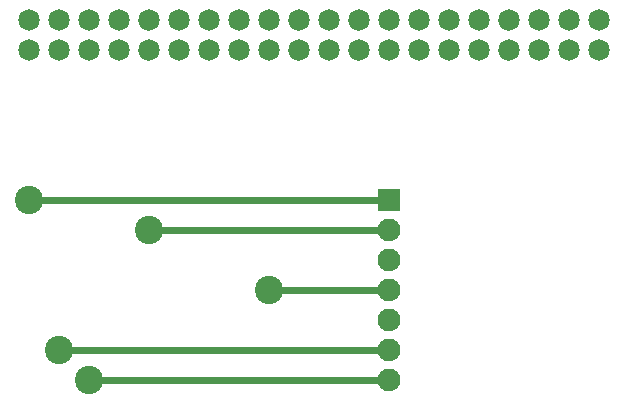
<source format=gbl>
G04 MADE WITH FRITZING*
G04 WWW.FRITZING.ORG*
G04 DOUBLE SIDED*
G04 HOLES PLATED*
G04 CONTOUR ON CENTER OF CONTOUR VECTOR*
%ASAXBY*%
%FSLAX23Y23*%
%MOIN*%
%OFA0B0*%
%SFA1.0B1.0*%
%ADD10C,0.076000*%
%ADD11C,0.071889*%
%ADD12C,0.071917*%
%ADD13C,0.094488*%
%ADD14R,0.076000X0.076000*%
%ADD15C,0.024000*%
%LNCOPPER0*%
G90*
G70*
G54D10*
X1343Y1265D03*
X1343Y1165D03*
X1343Y1065D03*
X1343Y965D03*
X1343Y865D03*
X1343Y765D03*
X1343Y665D03*
G54D11*
X143Y1765D03*
X243Y1765D03*
X343Y1765D03*
X443Y1765D03*
G54D12*
X543Y1765D03*
G54D11*
X643Y1765D03*
X743Y1765D03*
X843Y1765D03*
X943Y1765D03*
G54D12*
X1043Y1765D03*
G54D11*
X1143Y1765D03*
G54D12*
X1243Y1765D03*
G54D11*
X1343Y1765D03*
X1443Y1765D03*
X1543Y1765D03*
X1643Y1765D03*
G54D12*
X1743Y1765D03*
G54D11*
X1843Y1765D03*
X1943Y1765D03*
X2043Y1765D03*
X2043Y1865D03*
X1943Y1865D03*
X1843Y1865D03*
G54D12*
X1743Y1865D03*
G54D11*
X1643Y1865D03*
X1543Y1865D03*
X1443Y1865D03*
X1343Y1865D03*
G54D12*
X1243Y1865D03*
G54D11*
X1143Y1865D03*
G54D12*
X1043Y1865D03*
G54D11*
X943Y1865D03*
X843Y1865D03*
X743Y1865D03*
X643Y1865D03*
G54D12*
X543Y1865D03*
G54D11*
X443Y1865D03*
X343Y1865D03*
X243Y1865D03*
X143Y1865D03*
G54D13*
X143Y1265D03*
X543Y1165D03*
X243Y765D03*
X343Y665D03*
X943Y965D03*
G54D14*
X1343Y1265D03*
G54D15*
X1312Y1165D02*
X570Y1165D01*
D02*
X270Y765D02*
X1312Y765D01*
D02*
X1312Y665D02*
X370Y665D01*
D02*
X170Y1265D02*
X1312Y1265D01*
D02*
X970Y965D02*
X1312Y965D01*
G04 End of Copper0*
M02*
</source>
